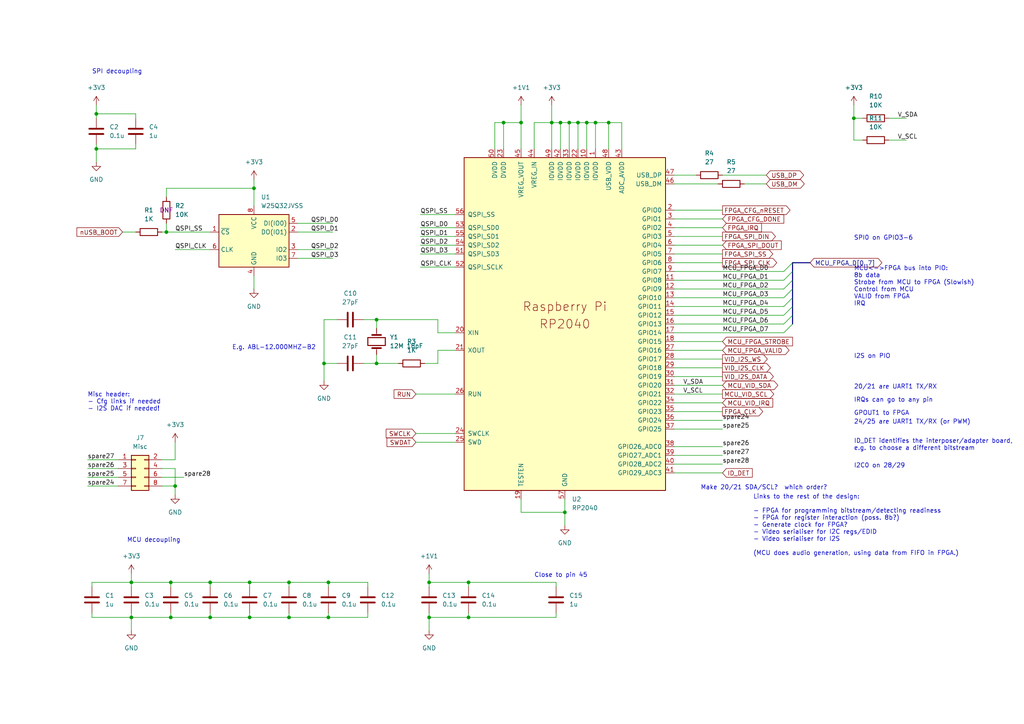
<source format=kicad_sch>
(kicad_sch (version 20211123) (generator eeschema)
  (paper "A4")
  (title_block (title "ArcDVI main board") (date "2022-06-18") (rev "1"))
  (lib_symbols
    (symbol "Connector_Generic:Conn_02x04_Odd_Even" (pin_names (offset 1.016) hide)
      (property "Reference" "J" (at 1.27 5.08 0))
      (property "Value" "Conn_02x04_Odd_Even" (at 1.27 -7.62 0))
      (symbol "Conn_02x04_Odd_Even_1_1"
        (rectangle (start -1.27 -4.953) (end 0 -5.207) (stroke (width 0.1524)))
        (rectangle (start -1.27 -2.413) (end 0 -2.667) (stroke (width 0.1524)))
        (rectangle (start -1.27 0.127) (end 0 -0.127) (stroke (width 0.1524)))
        (rectangle (start -1.27 2.667) (end 0 2.413) (stroke (width 0.1524)))
        (rectangle (start -1.27 3.81) (end 3.81 -6.35) (stroke (width 0.254)) (fill (type background)))
        (rectangle (start 3.81 -4.953) (end 2.54 -5.207) (stroke (width 0.1524)))
        (rectangle (start 3.81 -2.413) (end 2.54 -2.667) (stroke (width 0.1524)))
        (rectangle (start 3.81 0.127) (end 2.54 -0.127) (stroke (width 0.1524)))
        (rectangle (start 3.81 2.667) (end 2.54 2.413) (stroke (width 0.1524)))
        (pin passive line (at -5.08 2.54 0) (length 3.81) (name "Pin_1") (number "1"))
        (pin passive line (at 7.62 2.54 180) (length 3.81) (name "Pin_2") (number "2"))
        (pin passive line (at -5.08 0 0) (length 3.81) (name "Pin_3") (number "3"))
        (pin passive line (at 7.62 0 180) (length 3.81) (name "Pin_4") (number "4"))
        (pin passive line (at -5.08 -2.54 0) (length 3.81) (name "Pin_5") (number "5"))
        (pin passive line (at 7.62 -2.54 180) (length 3.81) (name "Pin_6") (number "6"))
        (pin passive line (at -5.08 -5.08 0) (length 3.81) (name "Pin_7") (number "7"))
        (pin passive line (at 7.62 -5.08 180) (length 3.81) (name "Pin_8") (number "8"))
      )
    )
    (symbol "Device:C" (pin_numbers hide) (pin_names (offset 0.254))
      (property "Reference" "C" (at 0.635 2.54 0))
      (property "Value" "C" (at 0.635 -2.54 0))
      (symbol "C_0_1"
        (polyline (pts (xy -2.032 -0.762) (xy 2.032 -0.762)) (stroke (width 0.508)))
        (polyline (pts (xy -2.032 0.762) (xy 2.032 0.762)) (stroke (width 0.508)))
      )
      (symbol "C_1_1"
        (pin passive line (at 0 3.81 270) (length 2.794) (name "~") (number "1"))
        (pin passive line (at 0 -3.81 90) (length 2.794) (name "~") (number "2"))
      )
    )
    (symbol "Device:Crystal" (pin_numbers hide) (pin_names (offset 1.016) hide)
      (property "Reference" "Y" (at 0 3.81 0))
      (property "Value" "Crystal" (at 0 -3.81 0))
      (symbol "Crystal_0_1"
        (rectangle (start -1.143 2.54) (end 1.143 -2.54) (stroke (width 0.3048)))
        (polyline (pts (xy -2.54 0) (xy -1.905 0)))
        (polyline (pts (xy -1.905 -1.27) (xy -1.905 1.27)) (stroke (width 0.508)))
        (polyline (pts (xy 1.905 -1.27) (xy 1.905 1.27)) (stroke (width 0.508)))
        (polyline (pts (xy 2.54 0) (xy 1.905 0)))
      )
      (symbol "Crystal_1_1"
        (pin passive line (at -3.81 0 0) (length 1.27) (name "1") (number "1"))
        (pin passive line (at 3.81 0 180) (length 1.27) (name "2") (number "2"))
      )
    )
    (symbol "Device:R" (pin_numbers hide) (pin_names (offset 0))
      (property "Reference" "R" (at 2.032 0 90))
      (property "Value" "R" (at 0 0 90))
      (symbol "R_0_1"
        (rectangle (start -1.016 -2.54) (end 1.016 2.54) (stroke (width 0.254)))
      )
      (symbol "R_1_1"
        (pin passive line (at 0 3.81 270) (length 1.27) (name "~") (number "1"))
        (pin passive line (at 0 -3.81 90) (length 1.27) (name "~") (number "2"))
      )
    )
    (symbol "Memory_Flash:W25Q32JVSS"
      (property "Reference" "U" (at -8.89 8.89 0))
      (property "Value" "W25Q32JVSS" (at 7.62 8.89 0))
      (symbol "W25Q32JVSS_0_1"
        (rectangle (start -10.16 7.62) (end 10.16 -7.62) (stroke (width 0.254)) (fill (type background)))
      )
      (symbol "W25Q32JVSS_1_1"
        (pin input line (at -12.7 2.54 0) (length 2.54) (name "~{CS}") (number "1"))
        (pin bidirectional line (at 12.7 2.54 180) (length 2.54) (name "DO(IO1)") (number "2"))
        (pin bidirectional line (at 12.7 -2.54 180) (length 2.54) (name "IO2") (number "3"))
        (pin power_in line (at 0 -10.16 90) (length 2.54) (name "GND") (number "4"))
        (pin bidirectional line (at 12.7 5.08 180) (length 2.54) (name "DI(IO0)") (number "5"))
        (pin input line (at -12.7 -2.54 0) (length 2.54) (name "CLK") (number "6"))
        (pin bidirectional line (at 12.7 -5.08 180) (length 2.54) (name "IO3") (number "7"))
        (pin power_in line (at 0 10.16 270) (length 2.54) (name "VCC") (number "8"))
      )
    )
    (symbol "matt:RP2040" (pin_names (offset 1.016))
      (property "Reference" "U" (at -29.21 49.53 0))
      (property "Value" "RP2040" (at 24.13 -49.53 0))
      (symbol "RP2040_0_0"
        (text "Raspberry Pi" (at 0 5.08 0) (effects (font (size 2.54 2.54))))
        (text "RP2040" (at 0 0 0) (effects (font (size 2.54 2.54))))
      )
      (symbol "RP2040_0_1"
        (rectangle (start 29.21 48.26) (end -29.21 -48.26) (stroke (width 0.254)) (fill (type background)))
      )
      (symbol "RP2040_1_1"
        (pin power_in line (at 8.89 50.8 270) (length 2.54) (name "IOVDD") (number "1"))
        (pin power_in line (at 6.35 50.8 270) (length 2.54) (name "IOVDD") (number "10"))
        (pin bidirectional line (at 31.75 12.7 180) (length 2.54) (name "GPIO8") (number "11"))
        (pin bidirectional line (at 31.75 10.16 180) (length 2.54) (name "GPIO9") (number "12"))
        (pin bidirectional line (at 31.75 7.62 180) (length 2.54) (name "GPIO10") (number "13"))
        (pin bidirectional line (at 31.75 5.08 180) (length 2.54) (name "GPIO11") (number "14"))
        (pin bidirectional line (at 31.75 2.54 180) (length 2.54) (name "GPIO12") (number "15"))
        (pin bidirectional line (at 31.75 0 180) (length 2.54) (name "GPIO13") (number "16"))
        (pin bidirectional line (at 31.75 -2.54 180) (length 2.54) (name "GPIO14") (number "17"))
        (pin bidirectional line (at 31.75 -5.08 180) (length 2.54) (name "GPIO15") (number "18"))
        (pin passive line (at -12.7 -50.8 90) (length 2.54) (name "TESTEN") (number "19"))
        (pin bidirectional line (at 31.75 33.02 180) (length 2.54) (name "GPIO0") (number "2"))
        (pin input line (at -31.75 -2.54 0) (length 2.54) (name "XIN") (number "20"))
        (pin passive line (at -31.75 -7.62 0) (length 2.54) (name "XOUT") (number "21"))
        (pin power_in line (at 3.81 50.8 270) (length 2.54) (name "IOVDD") (number "22"))
        (pin power_in line (at -17.78 50.8 270) (length 2.54) (name "DVDD") (number "23"))
        (pin output line (at -31.75 -31.75 0) (length 2.54) (name "SWCLK") (number "24"))
        (pin bidirectional line (at -31.75 -34.29 0) (length 2.54) (name "SWD") (number "25"))
        (pin input line (at -31.75 -20.32 0) (length 2.54) (name "RUN") (number "26"))
        (pin bidirectional line (at 31.75 -7.62 180) (length 2.54) (name "GPIO16") (number "27"))
        (pin bidirectional line (at 31.75 -10.16 180) (length 2.54) (name "GPIO17") (number "28"))
        (pin bidirectional line (at 31.75 -12.7 180) (length 2.54) (name "GPIO18") (number "29"))
        (pin bidirectional line (at 31.75 30.48 180) (length 2.54) (name "GPIO1") (number "3"))
        (pin bidirectional line (at 31.75 -15.24 180) (length 2.54) (name "GPIO19") (number "30"))
        (pin bidirectional line (at 31.75 -17.78 180) (length 2.54) (name "GPIO20") (number "31"))
        (pin bidirectional line (at 31.75 -20.32 180) (length 2.54) (name "GPIO21") (number "32"))
        (pin power_in line (at 1.27 50.8 270) (length 2.54) (name "IOVDD") (number "33"))
        (pin bidirectional line (at 31.75 -22.86 180) (length 2.54) (name "GPIO22") (number "34"))
        (pin bidirectional line (at 31.75 -25.4 180) (length 2.54) (name "GPIO23") (number "35"))
        (pin bidirectional line (at 31.75 -27.94 180) (length 2.54) (name "GPIO24") (number "36"))
        (pin bidirectional line (at 31.75 -30.48 180) (length 2.54) (name "GPIO25") (number "37"))
        (pin bidirectional line (at 31.75 -35.56 180) (length 2.54) (name "GPIO26_ADC0") (number "38"))
        (pin bidirectional line (at 31.75 -38.1 180) (length 2.54) (name "GPIO27_ADC1") (number "39"))
        (pin bidirectional line (at 31.75 27.94 180) (length 2.54) (name "GPIO2") (number "4"))
        (pin bidirectional line (at 31.75 -40.64 180) (length 2.54) (name "GPIO28_ADC2") (number "40"))
        (pin bidirectional line (at 31.75 -43.18 180) (length 2.54) (name "GPIO29_ADC3") (number "41"))
        (pin power_in line (at -1.27 50.8 270) (length 2.54) (name "IOVDD") (number "42"))
        (pin power_in line (at 16.51 50.8 270) (length 2.54) (name "ADC_AVDD") (number "43"))
        (pin power_in line (at -8.89 50.8 270) (length 2.54) (name "VREG_IN") (number "44"))
        (pin power_out line (at -12.7 50.8 270) (length 2.54) (name "VREG_VOUT") (number "45"))
        (pin bidirectional line (at 31.75 40.64 180) (length 2.54) (name "USB_DM") (number "46"))
        (pin bidirectional line (at 31.75 43.18 180) (length 2.54) (name "USB_DP") (number "47"))
        (pin power_in line (at 12.7 50.8 270) (length 2.54) (name "USB_VDD") (number "48"))
        (pin power_in line (at -3.81 50.8 270) (length 2.54) (name "IOVDD") (number "49"))
        (pin bidirectional line (at 31.75 25.4 180) (length 2.54) (name "GPIO3") (number "5"))
        (pin power_in line (at -20.32 50.8 270) (length 2.54) (name "DVDD") (number "50"))
        (pin bidirectional line (at -31.75 20.32 0) (length 2.54) (name "QSPI_SD3") (number "51"))
        (pin output line (at -31.75 16.51 0) (length 2.54) (name "QSPI_SCLK") (number "52"))
        (pin bidirectional line (at -31.75 27.94 0) (length 2.54) (name "QSPI_SD0") (number "53"))
        (pin bidirectional line (at -31.75 22.86 0) (length 2.54) (name "QSPI_SD2") (number "54"))
        (pin bidirectional line (at -31.75 25.4 0) (length 2.54) (name "QSPI_SD1") (number "55"))
        (pin bidirectional line (at -31.75 31.75 0) (length 2.54) (name "QSPI_SS") (number "56"))
        (pin power_in line (at 0 -50.8 90) (length 2.54) (name "GND") (number "57"))
        (pin bidirectional line (at 31.75 22.86 180) (length 2.54) (name "GPIO4") (number "6"))
        (pin bidirectional line (at 31.75 20.32 180) (length 2.54) (name "GPIO5") (number "7"))
        (pin bidirectional line (at 31.75 17.78 180) (length 2.54) (name "GPIO6") (number "8"))
        (pin bidirectional line (at 31.75 15.24 180) (length 2.54) (name "GPIO7") (number "9"))
      )
    )
    (symbol "power:+1V1" (power) (pin_names (offset 0))
      (property "Value" "+1V1" (at 0 3.556 0))
      (symbol "+1V1_0_1"
        (polyline (pts (xy -0.762 1.27) (xy 0 2.54)))
        (polyline (pts (xy 0 0) (xy 0 2.54)))
        (polyline (pts (xy 0 2.54) (xy 0.762 1.27)))
      )
      (symbol "+1V1_1_1"
        (pin power_in line (at 0 0 90) (length 0) hide (name "+1V1") (number "1"))
      )
    )
    (symbol "power:+3.3V" (power) (pin_names (offset 0))
      (property "Value" "+3.3V" (at 0 3.556 0))
      (symbol "+3.3V_0_1"
        (polyline (pts (xy -0.762 1.27) (xy 0 2.54)))
        (polyline (pts (xy 0 0) (xy 0 2.54)))
        (polyline (pts (xy 0 2.54) (xy 0.762 1.27)))
      )
      (symbol "+3.3V_1_1"
        (pin power_in line (at 0 0 90) (length 0) hide (name "+3V3") (number "1"))
      )
    )
    (symbol "power:GND" (power) (pin_names (offset 0))
      (property "Value" "GND" (at 0 -3.81 0))
      (symbol "GND_0_1"
        (polyline (pts (xy 0 0) (xy 0 -1.27) (xy 1.27 -1.27) (xy 0 -2.54) (xy -1.27 -1.27) (xy 0 -1.27)))
      )
      (symbol "GND_1_1"
        (pin power_in line (at 0 0 270) (length 0) hide (name "GND") (number "1"))
      )
    )
  )
  (junction (at 48.26 67.31))
  (junction (at 124.46 168.91))
  (junction (at 135.89 168.91))
  (junction (at 72.39 168.91))
  (junction (at 151.13 35.56))
  (junction (at 135.89 179.07))
  (junction (at 163.83 148.59))
  (junction (at 109.22 105.41))
  (junction (at 38.1 179.07))
  (junction (at 165.1 35.56))
  (junction (at 83.82 179.07))
  (junction (at 109.22 92.71))
  (junction (at 176.53 35.56))
  (junction (at 146.05 35.56))
  (junction (at 162.56 35.56))
  (junction (at 49.53 179.07))
  (junction (at 160.02 35.56))
  (junction (at 49.53 168.91))
  (junction (at 72.39 179.07))
  (junction (at 95.25 168.91))
  (junction (at 170.18 35.56))
  (junction (at 95.25 179.07))
  (junction (at 167.64 35.56))
  (junction (at 60.96 168.91))
  (junction (at 50.8 140.97))
  (junction (at 27.94 43.18))
  (junction (at 73.66 54.61))
  (junction (at 247.65 34.29))
  (junction (at 83.82 168.91))
  (junction (at 93.98 105.41))
  (junction (at 172.72 35.56))
  (junction (at 60.96 179.07))
  (junction (at 38.1 168.91))
  (junction (at 27.94 33.02))
  (junction (at 124.46 179.07))
  (bus_entry (at 227.33 91.44) (size 2.54 -2.54))
  (bus_entry (at 227.33 86.36) (size 2.54 -2.54))
  (bus_entry (at 227.33 93.98) (size 2.54 -2.54))
  (bus_entry (at 227.33 88.9) (size 2.54 -2.54))
  (bus_entry (at 227.33 96.52) (size 2.54 -2.54))
  (bus_entry (at 227.33 83.82) (size 2.54 -2.54))
  (bus_entry (at 227.33 78.74) (size 2.54 -2.54))
  (bus_entry (at 227.33 81.28) (size 2.54 -2.54))
  (wire (pts (xy 109.22 92.71) (xy 127 92.71)))
  (wire (pts (xy 50.8 72.39) (xy 60.96 72.39)))
  (wire (pts (xy 109.22 105.41) (xy 115.57 105.41)))
  (wire (pts (xy 195.58 93.98) (xy 227.33 93.98)))
  (wire (pts (xy 135.89 177.8) (xy 135.89 179.07)))
  (wire (pts (xy 195.58 60.96) (xy 209.55 60.96)))
  (wire (pts (xy 39.37 41.91) (xy 39.37 43.18)))
  (wire (pts (xy 93.98 105.41) (xy 97.79 105.41)))
  (wire (pts (xy 83.82 168.91) (xy 83.82 170.18)))
  (wire (pts (xy 195.58 121.92) (xy 209.55 121.92)))
  (wire (pts (xy 195.58 53.34) (xy 208.28 53.34)))
  (wire (pts (xy 121.92 71.12) (xy 132.08 71.12)))
  (wire (pts (xy 163.83 144.78) (xy 163.83 148.59)))
  (wire (pts (xy 46.99 67.31) (xy 48.26 67.31)))
  (wire (pts (xy 135.89 168.91) (xy 161.29 168.91)))
  (wire (pts (xy 160.02 35.56) (xy 160.02 43.18)))
  (wire (pts (xy 209.55 129.54) (xy 195.58 129.54)))
  (wire (pts (xy 26.67 179.07) (xy 38.1 179.07)))
  (wire (pts (xy 195.58 134.62) (xy 209.55 134.62)))
  (wire (pts (xy 209.55 119.38) (xy 195.58 119.38)))
  (wire (pts (xy 247.65 34.29) (xy 247.65 40.64)))
  (wire (pts (xy 247.65 34.29) (xy 250.19 34.29)))
  (bus (pts (xy 229.87 88.9) (xy 229.87 91.44)))
  (wire (pts (xy 48.26 67.31) (xy 60.96 67.31)))
  (wire (pts (xy 180.34 35.56) (xy 176.53 35.56)))
  (wire (pts (xy 106.68 170.18) (xy 106.68 168.91)))
  (wire (pts (xy 195.58 76.2) (xy 209.55 76.2)))
  (wire (pts (xy 146.05 35.56) (xy 143.51 35.56)))
  (wire (pts (xy 26.67 168.91) (xy 38.1 168.91)))
  (wire (pts (xy 162.56 35.56) (xy 162.56 43.18)))
  (wire (pts (xy 127 101.6) (xy 127 105.41)))
  (bus (pts (xy 234.95 76.2) (xy 229.87 76.2)))
  (wire (pts (xy 209.55 66.04) (xy 195.58 66.04)))
  (wire (pts (xy 121.92 62.23) (xy 132.08 62.23)))
  (wire (pts (xy 95.25 168.91) (xy 95.25 170.18)))
  (wire (pts (xy 46.99 133.35) (xy 50.8 133.35)))
  (wire (pts (xy 27.94 43.18) (xy 27.94 46.99)))
  (wire (pts (xy 50.8 128.27) (xy 50.8 133.35)))
  (bus (pts (xy 229.87 81.28) (xy 229.87 83.82)))
  (wire (pts (xy 72.39 168.91) (xy 60.96 168.91)))
  (bus (pts (xy 229.87 83.82) (xy 229.87 86.36)))
  (wire (pts (xy 195.58 104.14) (xy 209.55 104.14)))
  (wire (pts (xy 195.58 86.36) (xy 227.33 86.36)))
  (wire (pts (xy 167.64 35.56) (xy 165.1 35.56)))
  (wire (pts (xy 195.58 91.44) (xy 227.33 91.44)))
  (wire (pts (xy 121.92 77.47) (xy 132.08 77.47)))
  (wire (pts (xy 106.68 177.8) (xy 106.68 179.07)))
  (wire (pts (xy 93.98 92.71) (xy 97.79 92.71)))
  (wire (pts (xy 49.53 168.91) (xy 49.53 170.18)))
  (wire (pts (xy 154.94 35.56) (xy 160.02 35.56)))
  (wire (pts (xy 151.13 30.48) (xy 151.13 35.56)))
  (wire (pts (xy 95.25 179.07) (xy 83.82 179.07)))
  (bus (pts (xy 229.87 78.74) (xy 229.87 81.28)))
  (wire (pts (xy 38.1 170.18) (xy 38.1 168.91)))
  (wire (pts (xy 195.58 111.76) (xy 209.55 111.76)))
  (wire (pts (xy 195.58 63.5) (xy 209.55 63.5)))
  (wire (pts (xy 120.65 128.27) (xy 132.08 128.27)))
  (wire (pts (xy 109.22 92.71) (xy 109.22 95.25)))
  (wire (pts (xy 35.56 67.31) (xy 39.37 67.31)))
  (wire (pts (xy 151.13 35.56) (xy 146.05 35.56)))
  (wire (pts (xy 73.66 80.01) (xy 73.66 83.82)))
  (wire (pts (xy 72.39 168.91) (xy 72.39 170.18)))
  (wire (pts (xy 161.29 168.91) (xy 161.29 170.18)))
  (wire (pts (xy 195.58 96.52) (xy 227.33 96.52)))
  (wire (pts (xy 167.64 35.56) (xy 167.64 43.18)))
  (wire (pts (xy 106.68 179.07) (xy 95.25 179.07)))
  (wire (pts (xy 195.58 88.9) (xy 227.33 88.9)))
  (wire (pts (xy 46.99 138.43) (xy 53.34 138.43)))
  (wire (pts (xy 124.46 179.07) (xy 124.46 182.88)))
  (wire (pts (xy 38.1 166.37) (xy 38.1 168.91)))
  (wire (pts (xy 93.98 110.49) (xy 93.98 105.41)))
  (wire (pts (xy 124.46 179.07) (xy 135.89 179.07)))
  (wire (pts (xy 38.1 179.07) (xy 38.1 182.88)))
  (wire (pts (xy 48.26 54.61) (xy 73.66 54.61)))
  (wire (pts (xy 209.55 50.8) (xy 222.25 50.8)))
  (wire (pts (xy 195.58 71.12) (xy 209.55 71.12)))
  (wire (pts (xy 83.82 177.8) (xy 83.82 179.07)))
  (wire (pts (xy 60.96 177.8) (xy 60.96 179.07)))
  (wire (pts (xy 50.8 135.89) (xy 50.8 140.97)))
  (wire (pts (xy 215.9 53.34) (xy 222.25 53.34)))
  (wire (pts (xy 195.58 73.66) (xy 209.55 73.66)))
  (wire (pts (xy 86.36 64.77) (xy 96.52 64.77)))
  (wire (pts (xy 38.1 177.8) (xy 38.1 179.07)))
  (wire (pts (xy 38.1 179.07) (xy 49.53 179.07)))
  (wire (pts (xy 165.1 35.56) (xy 162.56 35.56)))
  (wire (pts (xy 151.13 43.18) (xy 151.13 35.56)))
  (wire (pts (xy 180.34 43.18) (xy 180.34 35.56)))
  (wire (pts (xy 170.18 35.56) (xy 167.64 35.56)))
  (bus (pts (xy 229.87 91.44) (xy 229.87 93.98)))
  (wire (pts (xy 257.81 40.64) (xy 262.89 40.64)))
  (wire (pts (xy 209.55 99.06) (xy 195.58 99.06)))
  (wire (pts (xy 27.94 41.91) (xy 27.94 43.18)))
  (wire (pts (xy 95.25 168.91) (xy 83.82 168.91)))
  (wire (pts (xy 162.56 35.56) (xy 160.02 35.56)))
  (wire (pts (xy 46.99 140.97) (xy 50.8 140.97)))
  (wire (pts (xy 72.39 179.07) (xy 60.96 179.07)))
  (wire (pts (xy 209.55 116.84) (xy 195.58 116.84)))
  (wire (pts (xy 123.19 105.41) (xy 127 105.41)))
  (wire (pts (xy 250.19 40.64) (xy 247.65 40.64)))
  (wire (pts (xy 151.13 144.78) (xy 151.13 148.59)))
  (bus (pts (xy 229.87 86.36) (xy 229.87 88.9)))
  (wire (pts (xy 195.58 78.74) (xy 227.33 78.74)))
  (wire (pts (xy 247.65 30.48) (xy 247.65 34.29)))
  (wire (pts (xy 121.92 68.58) (xy 132.08 68.58)))
  (wire (pts (xy 25.4 133.35) (xy 34.29 133.35)))
  (wire (pts (xy 38.1 168.91) (xy 49.53 168.91)))
  (wire (pts (xy 132.08 101.6) (xy 127 101.6)))
  (wire (pts (xy 172.72 35.56) (xy 170.18 35.56)))
  (wire (pts (xy 106.68 168.91) (xy 95.25 168.91)))
  (wire (pts (xy 46.99 135.89) (xy 50.8 135.89)))
  (wire (pts (xy 120.65 125.73) (xy 132.08 125.73)))
  (wire (pts (xy 163.83 148.59) (xy 163.83 152.4)))
  (wire (pts (xy 209.55 101.6) (xy 195.58 101.6)))
  (wire (pts (xy 27.94 30.48) (xy 27.94 33.02)))
  (wire (pts (xy 120.65 114.3) (xy 132.08 114.3)))
  (wire (pts (xy 105.41 92.71) (xy 109.22 92.71)))
  (wire (pts (xy 73.66 52.07) (xy 73.66 54.61)))
  (wire (pts (xy 124.46 166.37) (xy 124.46 168.91)))
  (wire (pts (xy 195.58 81.28) (xy 227.33 81.28)))
  (wire (pts (xy 176.53 35.56) (xy 172.72 35.56)))
  (wire (pts (xy 257.81 34.29) (xy 262.89 34.29)))
  (wire (pts (xy 25.4 135.89) (xy 34.29 135.89)))
  (wire (pts (xy 83.82 179.07) (xy 72.39 179.07)))
  (wire (pts (xy 60.96 179.07) (xy 49.53 179.07)))
  (wire (pts (xy 86.36 74.93) (xy 96.52 74.93)))
  (wire (pts (xy 25.4 138.43) (xy 34.29 138.43)))
  (wire (pts (xy 50.8 140.97) (xy 50.8 143.51)))
  (wire (pts (xy 151.13 148.59) (xy 163.83 148.59)))
  (wire (pts (xy 195.58 124.46) (xy 209.55 124.46)))
  (wire (pts (xy 27.94 33.02) (xy 39.37 33.02)))
  (wire (pts (xy 195.58 114.3) (xy 209.55 114.3)))
  (wire (pts (xy 195.58 83.82) (xy 227.33 83.82)))
  (wire (pts (xy 195.58 109.22) (xy 209.55 109.22)))
  (wire (pts (xy 73.66 54.61) (xy 73.66 59.69)))
  (wire (pts (xy 165.1 35.56) (xy 165.1 43.18)))
  (wire (pts (xy 161.29 177.8) (xy 161.29 179.07)))
  (wire (pts (xy 209.55 132.08) (xy 195.58 132.08)))
  (wire (pts (xy 124.46 177.8) (xy 124.46 179.07)))
  (wire (pts (xy 26.67 170.18) (xy 26.67 168.91)))
  (wire (pts (xy 86.36 72.39) (xy 96.52 72.39)))
  (wire (pts (xy 95.25 177.8) (xy 95.25 179.07)))
  (wire (pts (xy 195.58 106.68) (xy 209.55 106.68)))
  (wire (pts (xy 48.26 54.61) (xy 48.26 57.15)))
  (wire (pts (xy 26.67 177.8) (xy 26.67 179.07)))
  (wire (pts (xy 170.18 35.56) (xy 170.18 43.18)))
  (wire (pts (xy 39.37 33.02) (xy 39.37 34.29)))
  (wire (pts (xy 195.58 50.8) (xy 201.93 50.8)))
  (wire (pts (xy 160.02 30.48) (xy 160.02 35.56)))
  (wire (pts (xy 93.98 105.41) (xy 93.98 92.71)))
  (wire (pts (xy 27.94 43.18) (xy 39.37 43.18)))
  (wire (pts (xy 195.58 137.16) (xy 209.55 137.16)))
  (wire (pts (xy 124.46 168.91) (xy 135.89 168.91)))
  (wire (pts (xy 60.96 168.91) (xy 60.96 170.18)))
  (wire (pts (xy 143.51 35.56) (xy 143.51 43.18)))
  (wire (pts (xy 105.41 105.41) (xy 109.22 105.41)))
  (wire (pts (xy 60.96 168.91) (xy 49.53 168.91)))
  (wire (pts (xy 154.94 43.18) (xy 154.94 35.56)))
  (wire (pts (xy 49.53 177.8) (xy 49.53 179.07)))
  (bus (pts (xy 229.87 76.2) (xy 229.87 78.74)))
  (wire (pts (xy 127 96.52) (xy 127 92.71)))
  (wire (pts (xy 124.46 170.18) (xy 124.46 168.91)))
  (wire (pts (xy 109.22 102.87) (xy 109.22 105.41)))
  (wire (pts (xy 146.05 35.56) (xy 146.05 43.18)))
  (wire (pts (xy 27.94 34.29) (xy 27.94 33.02)))
  (wire (pts (xy 176.53 35.56) (xy 176.53 43.18)))
  (wire (pts (xy 135.89 179.07) (xy 161.29 179.07)))
  (wire (pts (xy 121.92 73.66) (xy 132.08 73.66)))
  (wire (pts (xy 86.36 67.31) (xy 96.52 67.31)))
  (wire (pts (xy 135.89 168.91) (xy 135.89 170.18)))
  (wire (pts (xy 25.4 140.97) (xy 34.29 140.97)))
  (wire (pts (xy 83.82 168.91) (xy 72.39 168.91)))
  (wire (pts (xy 132.08 96.52) (xy 127 96.52)))
  (wire (pts (xy 72.39 177.8) (xy 72.39 179.07)))
  (wire (pts (xy 48.26 64.77) (xy 48.26 67.31)))
  (wire (pts (xy 172.72 35.56) (xy 172.72 43.18)))
  (wire (pts (xy 195.58 68.58) (xy 209.55 68.58)))
  (wire (pts (xy 121.92 66.04) (xy 132.08 66.04)))
  (text "MCU decoupling\n" (at 36.83 157.48 0) (effects (font (size 1.27 1.27)) (justify left bottom)))
  (text "20/21 are UART1 TX/RX" (at 247.65 113.03 0) (effects (font (size 1.27 1.27)) (justify left bottom)))
  (text "Misc header:\n- Cfg links if needed\n- I2S DAC if needed!" (at 25.4 119.38 0) (effects (font (size 1.27 1.27)) (justify left bottom)))
  (text "Links to the rest of the design:\n\n- FPGA for programming bitstream/detecting readiness\n- FPGA for register interaction (poss. 8b?)\n- Generate clock for FPGA?\n- Video serialiser for I2C regs/EDID\n- Video serialiser for I2S\n\n(MCU does audio generation, using data from FIFO in FPGA.)" (at 218.44 161.29 0) (effects (font (size 1.27 1.27)) (justify left bottom)))
  (text "IRQs can go to any pin\n" (at 247.65 116.84 0) (effects (font (size 1.27 1.27)) (justify left bottom)))
  (text "Make 20/21 SDA/SCL?  which order?" (at 203.2 142.24 0) (effects (font (size 1.27 1.27)) (justify left bottom)))
  (text "E.g. ABL-12.000MHZ-B2" (at 67.31 101.6 0) (effects (font (size 1.27 1.27)) (justify left bottom)))
  (text "I2S on PIO\n" (at 247.65 104.14 0) (effects (font (size 1.27 1.27)) (justify left bottom)))
  (text "GPOUT1 to FPGA" (at 247.65 120.65 0) (effects (font (size 1.27 1.27)) (justify left bottom)))
  (text "SPI decoupling" (at 26.67 21.59 0) (effects (font (size 1.27 1.27)) (justify left bottom)))
  (text "24/25 are UART1 TX/RX (or PWM)" (at 247.65 123.19 0) (effects (font (size 1.27 1.27)) (justify left bottom)))
  (text "I2C0 on 28/29\n" (at 247.65 135.89 0) (effects (font (size 1.27 1.27)) (justify left bottom)))
  (text "Close to pin 45\n" (at 154.94 167.64 0) (effects (font (size 1.27 1.27)) (justify left bottom)))
  (text "MCU<->FPGA bus into PIO:\n8b data\nStrobe from MCU to FPGA (Slowish)\nControl from MCU\nVALID from FPGA\nIRQ" (at 247.65 88.9 0) (effects (font (size 1.27 1.27)) (justify left bottom)))
  (text "SPI0 on GPIO3-6" (at 247.65 69.85 0) (effects (font (size 1.27 1.27)) (justify left bottom)))
  (text "ID_DET identifies the interposer/adapter board,\ne.g. to choose a different bitstream" (at 247.65 130.81 0) (effects (font (size 1.27 1.27)) (justify left bottom)))
  (label "QSPI_D3" (at 90.17 74.93 0))
  (label "QSPI_D1" (at 90.17 67.31 0))
  (label "MCU_FPGA_D2" (at 209.55 83.82 0))
  (label "spare26" (at 25.4 135.89 0))
  (label "spare27" (at 209.55 132.08 0))
  (label "QSPI_CLK" (at 121.92 77.47 0))
  (label "spare25" (at 209.55 124.46 0))
  (label "spare24" (at 209.55 121.92 0))
  (label "spare25" (at 25.4 138.43 0))
  (label "spare26" (at 209.55 129.54 0))
  (label "QSPI_D0" (at 90.17 64.77 0))
  (label "QSPI_D2" (at 121.92 71.12 0))
  (label "V_SCL" (at 198.12 114.3 0))
  (label "MCU_FPGA_D7" (at 209.55 96.52 0))
  (label "V_SCL" (at 260.35 40.64 0))
  (label "QSPI_D3" (at 121.92 73.66 0))
  (label "spare24" (at 25.4 140.97 0))
  (label "V_SDA" (at 260.35 34.29 0))
  (label "QSPI_D2" (at 90.17 72.39 0))
  (label "MCU_FPGA_D0" (at 209.55 78.74 0))
  (label "spare28" (at 209.55 134.62 0))
  (label "MCU_FPGA_D3" (at 209.55 86.36 0))
  (label "MCU_FPGA_D1" (at 209.55 81.28 0))
  (label "MCU_FPGA_D5" (at 209.55 91.44 0))
  (label "MCU_FPGA_D4" (at 209.55 88.9 0))
  (label "QSPI_SS" (at 50.8 67.31 0))
  (label "QSPI_CLK" (at 50.8 72.39 0))
  (label "QSPI_SS" (at 121.92 62.23 0))
  (label "spare28" (at 53.34 138.43 0))
  (label "QSPI_D1" (at 121.92 68.58 0))
  (label "QSPI_D0" (at 121.92 66.04 0))
  (label "MCU_FPGA_D6" (at 209.55 93.98 0))
  (label "spare27" (at 25.4 133.35 0))
  (label "V_SDA" (at 198.12 111.76 0))
  (global_label "nUSB_BOOT" (shape input) (at 35.56 67.31 180) (property "Intersheet References" "${INTERSHEET_REFS}" (effects hide)))
  (global_label "MCU_VID_IRQ" (shape input) (at 209.55 116.84 0) (property "Intersheet References" "${INTERSHEET_REFS}" (effects hide)))
  (global_label "FPGA_SPI_DOUT" (shape input) (at 209.55 71.12 0) (property "Intersheet References" "${INTERSHEET_REFS}" (effects hide)))
  (global_label "FPGA_SPI_SS" (shape output) (at 209.55 73.66 0) (property "Intersheet References" "${INTERSHEET_REFS}" (effects hide)))
  (global_label "FPGA_CLK" (shape output) (at 209.55 119.38 0) (property "Intersheet References" "${INTERSHEET_REFS}" (effects hide)))
  (global_label "FPGA_IRQ" (shape input) (at 209.55 66.04 0) (property "Intersheet References" "${INTERSHEET_REFS}" (effects hide)))
  (global_label "VID_I2S_WS" (shape output) (at 209.55 104.14 0) (property "Intersheet References" "${INTERSHEET_REFS}" (effects hide)))
  (global_label "SWDAT" (shape input) (at 120.65 128.27 180) (property "Intersheet References" "${INTERSHEET_REFS}" (effects hide)))
  (global_label "MCU_VID_SCL" (shape output) (at 209.55 114.3 0) (property "Intersheet References" "${INTERSHEET_REFS}" (effects hide)))
  (global_label "VID_I2S_CLK" (shape output) (at 209.55 106.68 0) (property "Intersheet References" "${INTERSHEET_REFS}" (effects hide)))
  (global_label "FPGA_SPI_DIN" (shape output) (at 209.55 68.58 0) (property "Intersheet References" "${INTERSHEET_REFS}" (effects hide)))
  (global_label "FPGA_CFG_DONE" (shape input) (at 209.55 63.5 0) (property "Intersheet References" "${INTERSHEET_REFS}" (effects hide)))
  (global_label "USB_DP" (shape bidirectional) (at 222.25 50.8 0) (property "Intersheet References" "${INTERSHEET_REFS}" (effects hide)))
  (global_label "MCU_VID_SDA" (shape bidirectional) (at 209.55 111.76 0) (property "Intersheet References" "${INTERSHEET_REFS}" (effects hide)))
  (global_label "VID_I2S_DATA" (shape output) (at 209.55 109.22 0) (property "Intersheet References" "${INTERSHEET_REFS}" (effects hide)))
  (global_label "FPGA_SPI_CLK" (shape output) (at 209.55 76.2 0) (property "Intersheet References" "${INTERSHEET_REFS}" (effects hide)))
  (global_label "FPGA_CFG_nRESET" (shape output) (at 209.55 60.96 0) (property "Intersheet References" "${INTERSHEET_REFS}" (effects hide)))
  (global_label "MCU_FPGA_D[0..7]" (shape bidirectional) (at 234.95 76.2 0) (property "Intersheet References" "${INTERSHEET_REFS}" (effects hide)))
  (global_label "RUN" (shape input) (at 120.65 114.3 180) (property "Intersheet References" "${INTERSHEET_REFS}" (effects hide)))
  (global_label "MCU_FPGA_STROBE" (shape input) (at 209.55 99.06 0) (property "Intersheet References" "${INTERSHEET_REFS}" (effects hide)))
  (global_label "SWCLK" (shape input) (at 120.65 125.73 180) (property "Intersheet References" "${INTERSHEET_REFS}" (effects hide)))
  (global_label "MCU_FPGA_VALID" (shape bidirectional) (at 209.55 101.6 0) (property "Intersheet References" "${INTERSHEET_REFS}" (effects hide)))
  (global_label "ID_DET" (shape input) (at 209.55 137.16 0) (property "Intersheet References" "${INTERSHEET_REFS}" (effects hide)))
  (global_label "USB_DM" (shape bidirectional) (at 222.25 53.34 0) (property "Intersheet References" "${INTERSHEET_REFS}" (effects hide)))
  (symbol (lib_id "power:+3.3V") (at 160.02 30.48 0) (unit 1)
    (property "Reference" "#PWR015" (effects hide))
    (property "Value" "+3.3V" (at 160.02 25.4 0))
  )
  (symbol (lib_id "power:GND") (at 93.98 110.49 0) (unit 1)
    (property "Reference" "#PWR011" (effects hide))
    (property "Value" "GND" (at 93.98 115.57 0))
  )
  (symbol (lib_id "Device:R") (at 48.26 60.96 0) (unit 1)
    (property "Reference" "R2" (at 50.8 59.6899 0) (effects (justify left)))
    (property "Value" "10K" (at 50.8 62.2299 0) (effects (justify left)))
    (property "Footprint" "Resistor_SMD:R_0603_1608Metric" (effects hide))
    (property "DNF" "DNF" (at 48.26 60.96 0))
  )
  (symbol (lib_id "Device:C") (at 26.67 173.99 0) (unit 1)
    (property "Reference" "C1" (at 30.48 172.7199 0) (effects (justify left)))
    (property "Value" "1u" (at 30.48 175.2599 0) (effects (justify left)))
    (property "Footprint" "Capacitor_SMD:C_0603_1608Metric" (effects hide))
  )
  (symbol (lib_id "power:+3.3V") (at 50.8 128.27 0) (unit 1)
    (property "Reference" "#PWR045" (effects hide))
    (property "Value" "+3.3V" (at 50.8 123.19 0))
  )
  (symbol (lib_id "Device:C") (at 101.6 92.71 90) (unit 1)
    (property "Reference" "C10" (at 101.6 85.09 90))
    (property "Value" "27pF" (at 101.6 87.63 90))
    (property "Footprint" "Capacitor_SMD:C_0603_1608Metric" (effects hide))
  )
  (symbol (lib_id "Device:R") (at 119.38 105.41 90) (unit 1)
    (property "Reference" "R3" (at 119.38 99.06 90))
    (property "Value" "1K" (at 119.38 101.6 90))
    (property "Footprint" "Resistor_SMD:R_0603_1608Metric" (effects hide))
  )
  (symbol (lib_id "Device:C") (at 135.89 173.99 0) (unit 1)
    (property "Reference" "C14" (at 139.7 172.7199 0) (effects (justify left)))
    (property "Value" "0.1u" (at 139.7 175.2599 0) (effects (justify left)))
    (property "Footprint" "Capacitor_SMD:C_0603_1608Metric" (effects hide))
  )
  (symbol (lib_id "power:+3.3V") (at 38.1 166.37 0) (unit 1)
    (property "Reference" "#PWR08" (effects hide))
    (property "Value" "+3.3V" (at 38.1 161.29 0))
  )
  (symbol (lib_id "power:+3.3V") (at 73.66 52.07 0) (unit 1)
    (property "Reference" "#PWR010" (effects hide))
    (property "Value" "+3.3V" (at 73.66 46.99 0))
  )
  (symbol (lib_id "Device:C") (at 101.6 105.41 90) (unit 1)
    (property "Reference" "C11" (at 101.6 97.79 90))
    (property "Value" "27pF" (at 101.6 100.33 90))
    (property "Footprint" "Capacitor_SMD:C_0603_1608Metric" (effects hide))
  )
  (symbol (lib_id "Device:R") (at 212.09 53.34 90) (unit 1)
    (property "Reference" "R5" (at 212.09 46.99 90))
    (property "Value" "27" (at 212.09 49.53 90))
    (property "Footprint" "Resistor_SMD:R_0603_1608Metric" (effects hide))
  )
  (symbol (lib_id "Device:Crystal") (at 109.22 99.06 90) (unit 1)
    (property "Reference" "Y1" (at 113.03 97.7899 90) (effects (justify right)))
    (property "Value" "12M 18pF" (at 113.03 100.3299 90) (effects (justify right)))
    (property "Footprint" "matt:Crystal_SMD_ABLS7M" (effects hide))
  )
  (symbol (lib_id "Device:C") (at 95.25 173.99 0) (unit 1)
    (property "Reference" "C9" (at 99.06 172.7199 0) (effects (justify left)))
    (property "Value" "0.1u" (at 99.06 175.2599 0) (effects (justify left)))
    (property "Footprint" "Capacitor_SMD:C_0603_1608Metric" (effects hide))
  )
  (symbol (lib_id "power:GND") (at 27.94 46.99 0) (unit 1)
    (property "Reference" "#PWR07" (effects hide))
    (property "Value" "GND" (at 27.94 52.07 0))
  )
  (symbol (lib_id "power:GND") (at 50.8 143.51 0) (unit 1)
    (property "Reference" "#PWR048" (effects hide))
    (property "Value" "GND" (at 50.8 148.59 0))
  )
  (symbol (lib_id "power:GND") (at 38.1 182.88 0) (unit 1)
    (property "Reference" "#PWR09" (effects hide))
    (property "Value" "GND" (at 38.1 187.96 0))
  )
  (symbol (lib_id "Connector_Generic:Conn_02x04_Odd_Even") (at 39.37 135.89 0) (unit 1)
    (property "Reference" "J7" (at 40.64 127 0))
    (property "Value" "Misc" (at 40.64 129.54 0))
    (property "Footprint" "Connector_PinHeader_2.00mm:PinHeader_2x04_P2.00mm_Vertical" (effects hide))
  )
  (symbol (lib_id "power:+1V1") (at 124.46 166.37 0) (unit 1)
    (property "Reference" "#PWR012" (effects hide))
    (property "Value" "+1V1" (at 124.46 161.29 0))
  )
  (symbol (lib_id "Device:C") (at 83.82 173.99 0) (unit 1)
    (property "Reference" "C8" (at 87.63 172.7199 0) (effects (justify left)))
    (property "Value" "0.1u" (at 87.63 175.2599 0) (effects (justify left)))
    (property "Footprint" "Capacitor_SMD:C_0603_1608Metric" (effects hide))
  )
  (symbol (lib_id "Device:C") (at 39.37 38.1 0) (unit 1)
    (property "Reference" "C4" (at 43.18 36.8299 0) (effects (justify left)))
    (property "Value" "1u" (at 43.18 39.3699 0) (effects (justify left)))
    (property "Footprint" "Capacitor_SMD:C_0603_1608Metric" (effects hide))
  )
  (symbol (lib_id "Device:C") (at 124.46 173.99 0) (unit 1)
    (property "Reference" "C13" (at 128.27 172.7199 0) (effects (justify left)))
    (property "Value" "0.1u" (at 128.27 175.2599 0) (effects (justify left)))
    (property "Footprint" "Capacitor_SMD:C_0603_1608Metric" (effects hide))
  )
  (symbol (lib_id "power:+1V1") (at 151.13 30.48 0) (unit 1)
    (property "Reference" "#PWR014" (effects hide))
    (property "Value" "+1V1" (at 151.13 25.4 0))
  )
  (symbol (lib_id "Device:C") (at 72.39 173.99 0) (unit 1)
    (property "Reference" "C7" (at 76.2 172.7199 0) (effects (justify left)))
    (property "Value" "0.1u" (at 76.2 175.2599 0) (effects (justify left)))
    (property "Footprint" "Capacitor_SMD:C_0603_1608Metric" (effects hide))
  )
  (symbol (lib_id "Device:R") (at 254 40.64 90) (unit 1)
    (property "Reference" "R11" (at 254 34.29 90))
    (property "Value" "10K" (at 254 36.83 90))
    (property "Footprint" "Resistor_SMD:R_0603_1608Metric" (effects hide))
  )
  (symbol (lib_id "Device:C") (at 38.1 173.99 0) (unit 1)
    (property "Reference" "C3" (at 41.91 172.7199 0) (effects (justify left)))
    (property "Value" "0.1u" (at 41.91 175.2599 0) (effects (justify left)))
    (property "Footprint" "Capacitor_SMD:C_0603_1608Metric" (effects hide))
  )
  (symbol (lib_id "Device:C") (at 161.29 173.99 0) (unit 1)
    (property "Reference" "C15" (at 165.1 172.7199 0) (effects (justify left)))
    (property "Value" "1u" (at 165.1 175.2599 0) (effects (justify left)))
    (property "Footprint" "Capacitor_SMD:C_0603_1608Metric" (effects hide))
  )
  (symbol (lib_id "power:+3.3V") (at 247.65 30.48 0) (unit 1)
    (property "Reference" "#PWR032" (effects hide))
    (property "Value" "+3.3V" (at 247.65 25.4 0))
  )
  (symbol (lib_id "Device:R") (at 205.74 50.8 90) (unit 1)
    (property "Reference" "R4" (at 205.74 44.45 90))
    (property "Value" "27" (at 205.74 46.99 90))
    (property "Footprint" "Resistor_SMD:R_0603_1608Metric" (effects hide))
  )
  (symbol (lib_id "matt:RP2040") (at 163.83 93.98 0) (unit 1)
    (property "Reference" "U2" (at 165.8494 144.78 0) (effects (justify left)))
    (property "Value" "RP2040" (at 165.8494 147.32 0) (effects (justify left)))
    (property "Footprint" "matt:RP2040-QFN-56" (effects hide))
  )
  (symbol (lib_id "power:GND") (at 124.46 182.88 0) (unit 1)
    (property "Reference" "#PWR013" (effects hide))
    (property "Value" "GND" (at 124.46 187.96 0))
  )
  (symbol (lib_id "Device:R") (at 43.18 67.31 90) (unit 1)
    (property "Reference" "R1" (at 43.18 60.96 90))
    (property "Value" "1K" (at 43.18 63.5 90))
    (property "Footprint" "Resistor_SMD:R_0603_1608Metric" (effects hide))
  )
  (symbol (lib_id "Memory_Flash:W25Q32JVSS") (at 73.66 69.85 0) (unit 1)
    (property "Reference" "U1" (at 75.6794 57.15 0) (effects (justify left)))
    (property "Value" "W25Q32JVSS" (at 75.6794 59.69 0) (effects (justify left)))
    (property "Footprint" "Package_SO:SOIC-8_5.23x5.23mm_P1.27mm" (effects hide))
    (property "Datasheet" "http://www.winbond.com/resource-files/w25q32jv%20revg%2003272018%20plus.pdf" (effects hide))
  )
  (symbol (lib_id "Device:R") (at 254 34.29 90) (unit 1)
    (property "Reference" "R10" (at 254 27.94 90))
    (property "Value" "10K" (at 254 30.48 90))
    (property "Footprint" "Resistor_SMD:R_0603_1608Metric" (effects hide))
  )
  (symbol (lib_id "Device:C") (at 27.94 38.1 0) (unit 1)
    (property "Reference" "C2" (at 31.75 36.8299 0) (effects (justify left)))
    (property "Value" "0.1u" (at 31.75 39.3699 0) (effects (justify left)))
    (property "Footprint" "Capacitor_SMD:C_0603_1608Metric" (effects hide))
  )
  (symbol (lib_id "Device:C") (at 49.53 173.99 0) (unit 1)
    (property "Reference" "C5" (at 53.34 172.7199 0) (effects (justify left)))
    (property "Value" "0.1u" (at 53.34 175.2599 0) (effects (justify left)))
    (property "Footprint" "Capacitor_SMD:C_0603_1608Metric" (effects hide))
  )
  (symbol (lib_id "Device:C") (at 106.68 173.99 0) (unit 1)
    (property "Reference" "C12" (at 110.49 172.7199 0) (effects (justify left)))
    (property "Value" "0.1u" (at 110.49 175.2599 0) (effects (justify left)))
    (property "Footprint" "Capacitor_SMD:C_0603_1608Metric" (effects hide))
  )
  (symbol (lib_id "Device:C") (at 60.96 173.99 0) (unit 1)
    (property "Reference" "C6" (at 64.77 172.7199 0) (effects (justify left)))
    (property "Value" "0.1u" (at 64.77 175.2599 0) (effects (justify left)))
    (property "Footprint" "Capacitor_SMD:C_0603_1608Metric" (effects hide))
  )
  (symbol (lib_id "power:GND") (at 163.83 152.4 0) (unit 1)
    (property "Reference" "#PWR02" (effects hide))
    (property "Value" "GND" (at 163.83 157.48 0))
  )
  (symbol (lib_id "power:GND") (at 73.66 83.82 0) (unit 1)
    (property "Reference" "#PWR01" (effects hide))
    (property "Value" "GND" (at 73.66 88.9 0))
  )
  (symbol (lib_id "power:+3.3V") (at 27.94 30.48 0) (unit 1)
    (property "Reference" "#PWR06" (effects hide))
    (property "Value" "+3.3V" (at 27.94 25.4 0))
  )
)
</source>
